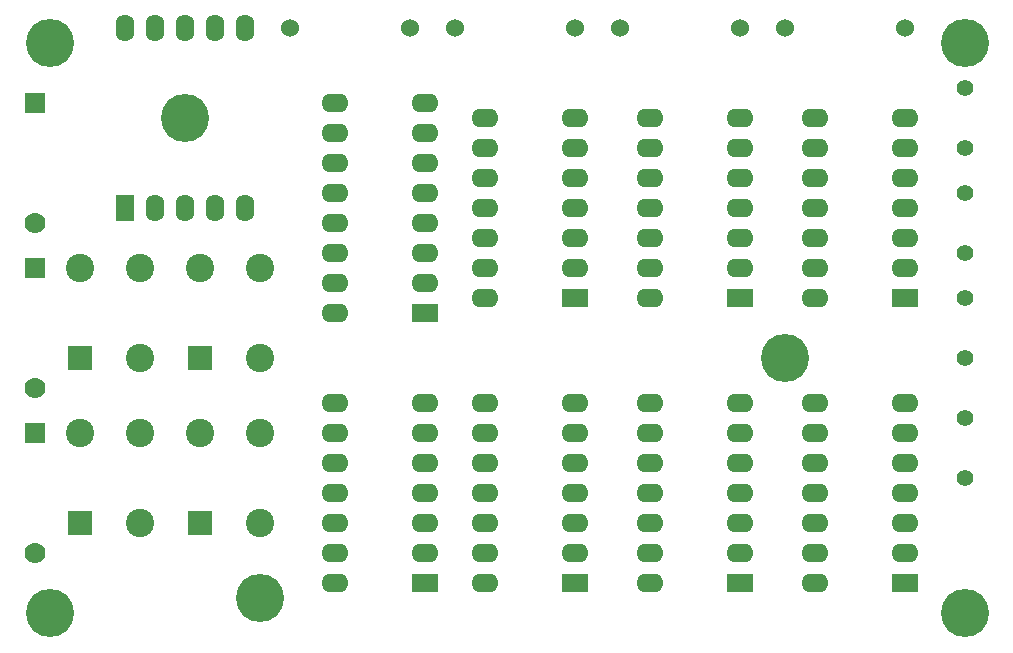
<source format=gts>
G04 (created by PCBNEW (2013-07-07 BZR 4022)-stable) date 17-11-2017 21:30:10*
%MOIN*%
G04 Gerber Fmt 3.4, Leading zero omitted, Abs format*
%FSLAX34Y34*%
G01*
G70*
G90*
G04 APERTURE LIST*
%ADD10C,0.00590551*%
%ADD11C,0.06*%
%ADD12R,0.09X0.062*%
%ADD13O,0.09X0.062*%
%ADD14C,0.07*%
%ADD15R,0.07X0.07*%
%ADD16C,0.055*%
%ADD17R,0.0787X0.0787*%
%ADD18C,0.0945*%
%ADD19R,0.062X0.09*%
%ADD20O,0.062X0.09*%
%ADD21C,0.16*%
G04 APERTURE END LIST*
G54D10*
G54D11*
X52500Y-23000D03*
X56500Y-23000D03*
X73000Y-23000D03*
X69000Y-23000D03*
X67500Y-23000D03*
X63500Y-23000D03*
X62000Y-23000D03*
X58000Y-23000D03*
G54D12*
X57000Y-32500D03*
G54D13*
X57000Y-31500D03*
X57000Y-30500D03*
X57000Y-29500D03*
X57000Y-28500D03*
X57000Y-27500D03*
X57000Y-26500D03*
X57000Y-25500D03*
X54000Y-25500D03*
X54000Y-26500D03*
X54000Y-27500D03*
X54000Y-28500D03*
X54000Y-29500D03*
X54000Y-30500D03*
X54000Y-31500D03*
X54000Y-32500D03*
G54D12*
X62000Y-32000D03*
G54D13*
X62000Y-31000D03*
X62000Y-30000D03*
X62000Y-29000D03*
X62000Y-28000D03*
X62000Y-27000D03*
X62000Y-26000D03*
X59000Y-26000D03*
X59000Y-27000D03*
X59000Y-28000D03*
X59000Y-29000D03*
X59000Y-30000D03*
X59000Y-31000D03*
X59000Y-32000D03*
G54D12*
X57000Y-41500D03*
G54D13*
X57000Y-40500D03*
X57000Y-39500D03*
X57000Y-38500D03*
X57000Y-37500D03*
X57000Y-36500D03*
X57000Y-35500D03*
X54000Y-35500D03*
X54000Y-36500D03*
X54000Y-37500D03*
X54000Y-38500D03*
X54000Y-39500D03*
X54000Y-40500D03*
X54000Y-41500D03*
G54D12*
X67500Y-32000D03*
G54D13*
X67500Y-31000D03*
X67500Y-30000D03*
X67500Y-29000D03*
X67500Y-28000D03*
X67500Y-27000D03*
X67500Y-26000D03*
X64500Y-26000D03*
X64500Y-27000D03*
X64500Y-28000D03*
X64500Y-29000D03*
X64500Y-30000D03*
X64500Y-31000D03*
X64500Y-32000D03*
G54D12*
X73000Y-41500D03*
G54D13*
X73000Y-40500D03*
X73000Y-39500D03*
X73000Y-38500D03*
X73000Y-37500D03*
X73000Y-36500D03*
X73000Y-35500D03*
X70000Y-35500D03*
X70000Y-36500D03*
X70000Y-37500D03*
X70000Y-38500D03*
X70000Y-39500D03*
X70000Y-40500D03*
X70000Y-41500D03*
G54D12*
X67500Y-41500D03*
G54D13*
X67500Y-40500D03*
X67500Y-39500D03*
X67500Y-38500D03*
X67500Y-37500D03*
X67500Y-36500D03*
X67500Y-35500D03*
X64500Y-35500D03*
X64500Y-36500D03*
X64500Y-37500D03*
X64500Y-38500D03*
X64500Y-39500D03*
X64500Y-40500D03*
X64500Y-41500D03*
G54D12*
X62000Y-41500D03*
G54D13*
X62000Y-40500D03*
X62000Y-39500D03*
X62000Y-38500D03*
X62000Y-37500D03*
X62000Y-36500D03*
X62000Y-35500D03*
X59000Y-35500D03*
X59000Y-36500D03*
X59000Y-37500D03*
X59000Y-38500D03*
X59000Y-39500D03*
X59000Y-40500D03*
X59000Y-41500D03*
G54D12*
X73000Y-32000D03*
G54D13*
X73000Y-31000D03*
X73000Y-30000D03*
X73000Y-29000D03*
X73000Y-28000D03*
X73000Y-27000D03*
X73000Y-26000D03*
X70000Y-26000D03*
X70000Y-27000D03*
X70000Y-28000D03*
X70000Y-29000D03*
X70000Y-30000D03*
X70000Y-31000D03*
X70000Y-32000D03*
G54D14*
X44000Y-29500D03*
G54D15*
X44000Y-25500D03*
G54D14*
X44000Y-35000D03*
G54D15*
X44000Y-31000D03*
G54D14*
X44000Y-40500D03*
G54D15*
X44000Y-36500D03*
G54D16*
X75000Y-34000D03*
X75000Y-32000D03*
X75000Y-27000D03*
X75000Y-25000D03*
X75000Y-38000D03*
X75000Y-36000D03*
X75000Y-30500D03*
X75000Y-28500D03*
G54D17*
X45500Y-34000D03*
G54D18*
X47500Y-34000D03*
X47500Y-31000D03*
X45500Y-31000D03*
G54D17*
X49500Y-34000D03*
G54D18*
X51500Y-34000D03*
X51500Y-31000D03*
X49500Y-31000D03*
G54D17*
X45500Y-39500D03*
G54D18*
X47500Y-39500D03*
X47500Y-36500D03*
X45500Y-36500D03*
G54D17*
X49500Y-39500D03*
G54D18*
X51500Y-39500D03*
X51500Y-36500D03*
X49500Y-36500D03*
G54D19*
X47000Y-29000D03*
G54D20*
X48000Y-29000D03*
X49000Y-29000D03*
X50000Y-29000D03*
X51000Y-29000D03*
X51000Y-23000D03*
X50000Y-23000D03*
X49000Y-23000D03*
X48000Y-23000D03*
X47000Y-23000D03*
G54D21*
X69000Y-34000D03*
X49000Y-26000D03*
X75000Y-42500D03*
X44500Y-42500D03*
X75000Y-23500D03*
X51500Y-42000D03*
X44500Y-23500D03*
M02*

</source>
